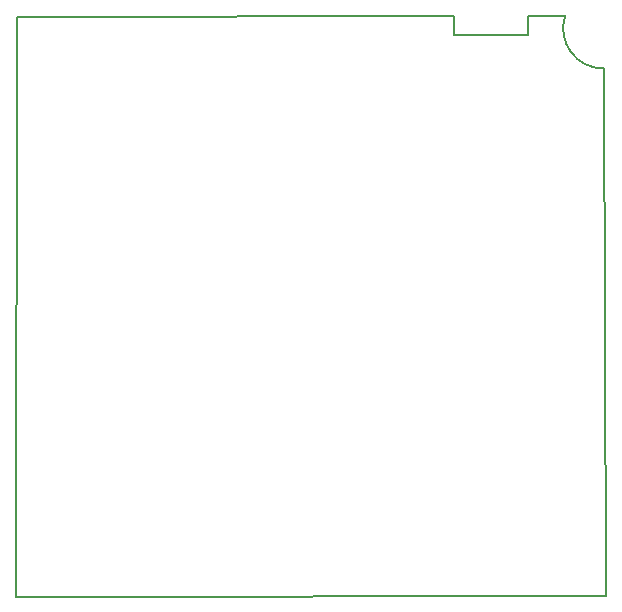
<source format=gbr>
G04 #@! TF.GenerationSoftware,KiCad,Pcbnew,5.1.6-c6e7f7d~87~ubuntu18.04.1*
G04 #@! TF.CreationDate,2020-10-13T20:33:34+05:30*
G04 #@! TF.ProjectId,BackEnd_4S_v1,4261636b-456e-4645-9f34-535f76312e6b,rev?*
G04 #@! TF.SameCoordinates,Original*
G04 #@! TF.FileFunction,Other,User*
%FSLAX46Y46*%
G04 Gerber Fmt 4.6, Leading zero omitted, Abs format (unit mm)*
G04 Created by KiCad (PCBNEW 5.1.6-c6e7f7d~87~ubuntu18.04.1) date 2020-10-13 20:33:34*
%MOMM*%
%LPD*%
G01*
G04 APERTURE LIST*
%ADD10C,0.150000*%
G04 APERTURE END LIST*
D10*
X216422394Y-46370839D02*
G75*
G02*
X213141561Y-41902381I-29634J3416899D01*
G01*
X213141561Y-41902381D02*
X210022440Y-41897300D01*
X210019900Y-43550840D02*
X210019900Y-41899840D01*
X203774040Y-43555920D02*
X210019900Y-43550840D01*
X203774040Y-41960800D02*
X203774040Y-43555920D01*
X203774040Y-41960800D02*
X166740840Y-42001440D01*
X216623900Y-91013280D02*
X216422394Y-46370838D01*
X166631620Y-91074240D02*
X216623900Y-91013280D01*
X166740840Y-42001440D02*
X166629080Y-91076780D01*
M02*

</source>
